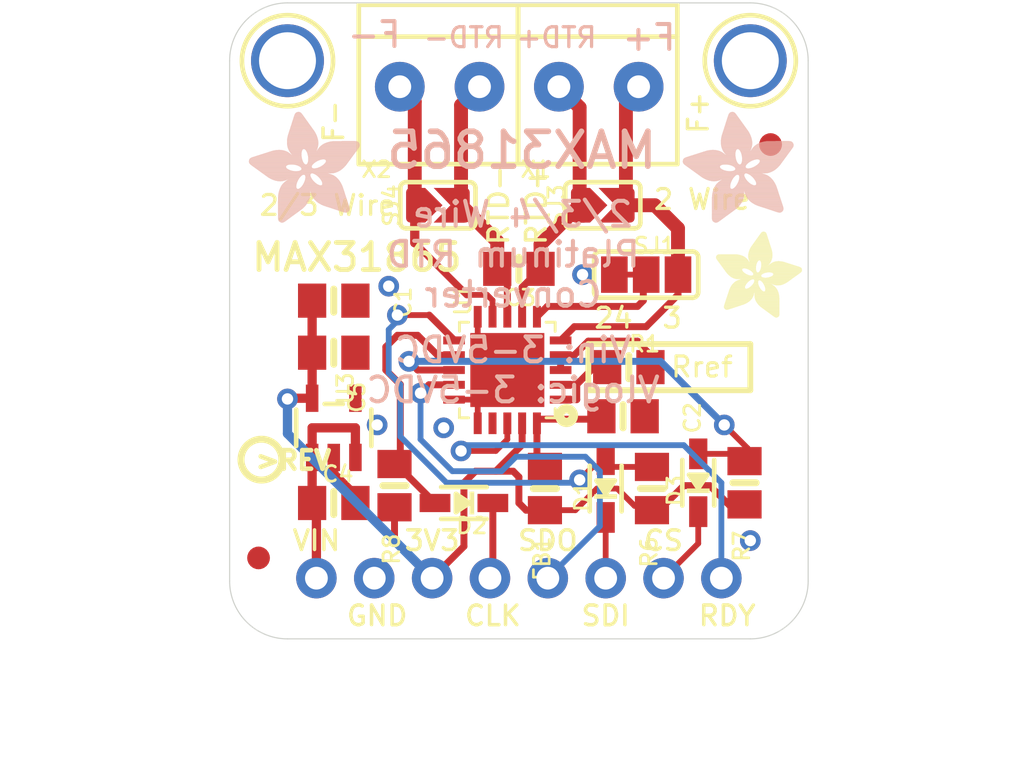
<source format=kicad_pcb>
(kicad_pcb (version 20211014) (generator pcbnew)
  (layers (0 "F.Cu" signal) (31 "B.Cu" signal) (34 "B.Paste" user) (35 "F.Paste" user) (36 "B.SilkS" user "B.Silkscreen") (37 "F.SilkS" user "F.Silkscreen") (38 "B.Mask" user) (39 "F.Mask" user) (44 "Edge.Cuts" user))
  (net 0 "")
  (net 1 "GND")
  (net 2 "VDD")
  (net 3 "N$2")
  (net 4 "N$1")
  (net 5 "RTDIN+")
  (net 6 "FORCE+")
  (net 7 "N$11")
  (net 8 "FORCE-")
  (net 9 "RTDIN-")
  (net 10 "N$12")
  (net 11 "N$13")
  (net 12 "N$14")
  (net 13 "SDI_5V")
  (net 14 "SCLK_5V")
  (net 15 "CS_5V")
  (net 16 "DRDY")
  (net 17 "SDO")
  (net 18 "VIN")
  (net 19 "N$3")
  (net 20 "N$4")
  (footprint "boardEagle:QFN20_4MM_0.65MM" (layer "F.Cu") (at 147.9931 107.1626 90)
    (fp_text reference "U1" (at 2.313 -1.951 90) (layer "F.SilkS") (effects (font (size 0.692831 0.692831) (thickness 0.119969)) (justify left)))
    (fp_text value "MAX31865")
    (pad "1" smd rect (at -1.3 2.34 270) (size 0.35 0.95) (layers "F.Cu" "F.Paste" "F.Mask") (net 3 "N$2"))
    (pad "2" smd rect (at -0.65 2.34 270) (size 0.35 0.95) (layers "F.Cu" "F.Paste" "F.Mask") (net 3 "N$2"))
    (pad "3" smd rect (at 0 2.34 270) (size 0.35 0.95) (layers "F.Cu" "F.Paste" "F.Mask") (net 4 "N$1"))
    (pad "4" smd rect (at 0.65 2.34 270) (size 0.35 0.95) (layers "F.Cu" "F.Paste" "F.Mask") (net 4 "N$1"))
    (pad "5" smd rect (at 1.3 2.34 270) (size 0.35 0.95) (layers "F.Cu" "F.Paste" "F.Mask") (net 6 "FORCE+"))
    (pad "6" smd rect (at 2.34 1.3) (size 0.35 0.95) (layers "F.Cu" "F.Paste" "F.Mask") (net 7 "N$11"))
    (pad "7" smd rect (at 2.34 0.65) (size 0.35 0.95) (layers "F.Cu" "F.Paste" "F.Mask") (net 5 "RTDIN+"))
    (pad "8" smd rect (at 2.34 0) (size 0.35 0.95) (layers "F.Cu" "F.Paste" "F.Mask") (net 9 "RTDIN-"))
    (pad "9" smd rect (at 2.34 -0.65) (size 0.35 0.95) (layers "F.Cu" "F.Paste" "F.Mask") (net 8 "FORCE-"))
    (pad "10" smd rect (at 2.34 -1.3) (size 0.35 0.95) (layers "F.Cu" "F.Paste" "F.Mask") (net 1 "GND"))
    (pad "11" smd rect (at 1.3 -2.34 90) (size 0.35 0.95) (layers "F.Cu" "F.Paste" "F.Mask") (net 12 "N$14"))
    (pad "12" smd rect (at 0.65 -2.34 90) (size 0.35 0.95) (layers "F.Cu" "F.Paste" "F.Mask") (net 11 "N$13"))
    (pad "13" smd rect (at 0 -2.34 90) (size 0.35 0.95) (layers "F.Cu" "F.Paste" "F.Mask") (net 10 "N$12"))
    (pad "14" smd rect (at -0.65 -2.34 90) (size 0.35 0.95) (layers "F.Cu" "F.Paste" "F.Mask") (net 17 "SDO"))
    (pad "15" smd rect (at -1.3 -2.34 90) (size 0.35 0.95) (layers "F.Cu" "F.Paste" "F.Mask") (net 1 "GND"))
    (pad "16" smd rect (at -2.34 -1.3 180) (size 0.35 0.95) (layers "F.Cu" "F.Paste" "F.Mask") (net 1 "GND"))
    (pad "17" smd rect (at -2.34 -0.65 180) (size 0.35 0.95) (layers "F.Cu" "F.Paste" "F.Mask"))
    (pad "18" smd rect (at -2.34 0 180) (size 0.35 0.95) (layers "F.Cu" "F.Paste" "F.Mask") (net 16 "DRDY"))
    (pad "19" smd rect (at -2.34 0.65 180) (size 0.35 0.95) (layers "F.Cu" "F.Paste" "F.Mask") (net 2 "VDD"))
    (pad "20" smd rect (at -2.34 1.3 180) (size 0.35 0.95) (layers "F.Cu" "F.Paste" "F.Mask") (net 20 "N$4"))
    (pad "PAD" smd rect (at 0 0 90) (size 3.25 3.25) (layers "F.Cu" "F.Mask") (net 1 "GND"))
  )
  (footprint "boardEagle:0805-NO" (layer "F.Cu") (at 149.6441 112.3696 -90)
    (fp_text reference "FB1" (at 2.032 0.127 90) (layer "F.SilkS") (effects (font (size 0.692831 0.692831) (thickness 0.119969)) (justify right)))
    (fp_text value "")
    (pad "1" smd rect (at -0.95 0 270) (size 1.24 1.5) (layers "F.Cu" "F.Paste" "F.Mask") (net 20 "N$4"))
    (pad "2" smd rect (at 0.95 0 270) (size 1.24 1.5) (layers "F.Cu" "F.Paste" "F.Mask") (net 2 "VDD"))
  )
  (footprint "boardEagle:FIDUCIAL_1MM" (layer "F.Cu") (at 159.5501 97.2566 90)
    (fp_text reference "FID1" hide)
    (fp_text value "FIDUCIAL\"\"" hide)
    (pad "1" smd roundrect (at 0 0 90) (size 1 1) (layers "F.Cu" "F.Mask") (roundrect_rratio 0.5))
  )
  (footprint "boardEagle:0805-NO" (layer "F.Cu") (at 153.0731 109.1946)
    (fp_text reference "C2" (at 3.048 0.8255 90) (layer "F.SilkS") (effects (font (size 0.692831 0.692831) (thickness 0.119969)) (justify left)))
    (fp_text value "0.1uF")
    (pad "1" smd rect (at -0.95 0) (size 1.24 1.5) (layers "F.Cu" "F.Paste" "F.Mask") (net 20 "N$4"))
    (pad "2" smd rect (at 0.95 0) (size 1.24 1.5) (layers "F.Cu" "F.Paste" "F.Mask") (net 1 "GND"))
  )
  (footprint "boardEagle:0805-NO" (layer "F.Cu") (at 154.3431 112.3696 -90)
    (fp_text reference "R6" (at 2.032 0.127 90) (layer "F.SilkS") (effects (font (size 0.692831 0.692831) (thickness 0.119969)) (justify right)))
    (fp_text value "10K")
    (pad "1" smd rect (at -0.95 0 270) (size 1.24 1.5) (layers "F.Cu" "F.Paste" "F.Mask") (net 12 "N$14"))
    (pad "2" smd rect (at 0.95 0 270) (size 1.24 1.5) (layers "F.Cu" "F.Paste" "F.Mask") (net 2 "VDD"))
  )
  (footprint "boardEagle:MOUNTINGHOLE_2.5_PLATED" (layer "F.Cu") (at 158.6611 93.5736)
    (fp_text reference "U$19" hide)
    (fp_text value "MOUNTINGHOLE2.5" hide)
    (pad "P$1" thru_hole circle (at 0 0) (size 3.2 3.2) (drill 2.5) (layers *.Cu *.Mask))
  )
  (footprint "boardEagle:0805-NO" (layer "F.Cu") (at 140.3731 104.1146)
    (fp_text reference "C1" (at 3.048 0.8255 90) (layer "F.SilkS") (effects (font (size 0.692831 0.692831) (thickness 0.119969)) (justify left)))
    (fp_text value "0.1uF")
    (pad "1" smd rect (at -0.95 0) (size 1.24 1.5) (layers "F.Cu" "F.Paste" "F.Mask") (net 2 "VDD"))
    (pad "2" smd rect (at 0.95 0) (size 1.24 1.5) (layers "F.Cu" "F.Paste" "F.Mask") (net 1 "GND"))
  )
  (footprint "boardEagle:SOD-323" (layer "F.Cu") (at 152.3111 112.3696 90)
    (fp_text reference "D1" (at -1.1 -1 90) (layer "F.SilkS") (effects (font (size 0.692831 0.692831) (thickness 0.119969)) (justify left)))
    (fp_text value "1N4148")
    (pad "A" smd rect (at 1.27 0 90) (size 1.35 0.8) (layers "F.Cu" "F.Paste" "F.Mask") (net 12 "N$14"))
    (pad "C" smd rect (at -1.27 0 90) (size 1.35 0.8) (layers "F.Cu" "F.Paste" "F.Mask") (net 13 "SDI_5V"))
  )
  (footprint "boardEagle:PCBFEAT-REV-040" (layer "F.Cu") (at 137.1981 111.0996)
    (fp_text reference "U$8" hide)
    (fp_text value "" hide)
    (fp_text user ">REV" (at -0.3556 0.508) (layer "F.SilkS") (effects (font (size 0.8128 0.8128) (thickness 0.2032)) (justify left bottom)))
  )
  (footprint "boardEagle:SOD-323" (layer "F.Cu") (at 156.3751 112.1156 90)
    (fp_text reference "D3" (at -1.1 -1 90) (layer "F.SilkS") (effects (font (size 0.692831 0.692831) (thickness 0.119969)) (justify left)))
    (fp_text value "1N4148")
    (pad "A" smd rect (at 1.27 0 90) (size 1.35 0.8) (layers "F.Cu" "F.Paste" "F.Mask") (net 10 "N$12"))
    (pad "C" smd rect (at -1.27 0 90) (size 1.35 0.8) (layers "F.Cu" "F.Paste" "F.Mask") (net 15 "CS_5V"))
  )
  (footprint "boardEagle:1X08_ROUND_70" (layer "F.Cu") (at 148.5011 116.3066)
    (fp_text reference "JP1" hide)
    (fp_text value "")
    (pad "1" thru_hole circle (at -8.89 0 90) (size 1.778 1.778) (drill 1) (layers *.Cu *.Mask) (net 18 "VIN"))
    (pad "2" thru_hole circle (at -6.35 0 90) (size 1.778 1.778) (drill 1) (layers *.Cu *.Mask) (net 1 "GND"))
    (pad "3" thru_hole circle (at -3.81 0 90) (size 1.778 1.778) (drill 1) (layers *.Cu *.Mask) (net 2 "VDD"))
    (pad "4" thru_hole circle (at -1.27 0 90) (size 1.778 1.778) (drill 1) (layers *.Cu *.Mask) (net 14 "SCLK_5V"))
    (pad "5" thru_hole circle (at 1.27 0 90) (size 1.778 1.778) (drill 1) (layers *.Cu *.Mask) (net 17 "SDO"))
    (pad "6" thru_hole circle (at 3.81 0 90) (size 1.778 1.778) (drill 1) (layers *.Cu *.Mask) (net 13 "SDI_5V"))
    (pad "7" thru_hole circle (at 6.35 0 90) (size 1.778 1.778) (drill 1) (layers *.Cu *.Mask) (net 15 "CS_5V"))
    (pad "8" thru_hole circle (at 8.89 0 90) (size 1.778 1.778) (drill 1) (layers *.Cu *.Mask) (net 16 "DRDY"))
  )
  (footprint "boardEagle:SOT23-5" (layer "F.Cu") (at 140.3731 109.7026)
    (fp_text reference "U3" (at 0.508 -0.962 90) (layer "F.SilkS") (effects (font (size 0.692831 0.692831) (thickness 0.119969)) (justify left)))
    (fp_text value "MIC5225-3.3")
    (pad "1" smd rect (at -0.95 1.3001) (size 0.55 1.2) (layers "F.Cu" "F.Paste" "F.Mask") (net 18 "VIN"))
    (pad "2" smd rect (at 0 1.3001) (size 0.55 1.2) (layers "F.Cu" "F.Paste" "F.Mask") (net 1 "GND"))
    (pad "3" smd rect (at 0.95 1.3001) (size 0.55 1.2) (layers "F.Cu" "F.Paste" "F.Mask") (net 18 "VIN"))
    (pad "4" smd rect (at 0.95 -1.3001) (size 0.55 1.2) (layers "F.Cu" "F.Paste" "F.Mask"))
    (pad "5" smd rect (at -0.95 -1.3001) (size 0.55 1.2) (layers "F.Cu" "F.Paste" "F.Mask") (net 2 "VDD"))
  )
  (footprint "boardEagle:ADAFRUIT_3.5MM" (layer "F.Cu") (at 157.1371 104.8766)
    (fp_text reference "U$16" hide)
    (fp_text value "" hide)
  )
  (footprint "boardEagle:MOUNTINGHOLE_2.5_PLATED" (layer "F.Cu") (at 138.3411 93.5736)
    (fp_text reference "U$18" hide)
    (fp_text value "MOUNTINGHOLE2.5" hide)
    (pad "P$1" thru_hole circle (at 0 0) (size 3.2 3.2) (drill 2.5) (layers *.Cu *.Mask))
  )
  (footprint "boardEagle:0805-NO" (layer "F.Cu") (at 140.3731 106.4006)
    (fp_text reference "C5" (at 1.016 1.2065 90) (layer "F.SilkS") (effects (font (size 0.692831 0.692831) (thickness 0.119969)) (justify right)))
    (fp_text value "10uF")
    (pad "1" smd rect (at -0.95 0) (size 1.24 1.5) (layers "F.Cu" "F.Paste" "F.Mask") (net 2 "VDD"))
    (pad "2" smd rect (at 0.95 0) (size 1.24 1.5) (layers "F.Cu" "F.Paste" "F.Mask") (net 1 "GND"))
  )
  (footprint "boardEagle:0805-NO" (layer "F.Cu") (at 140.3731 113.0046)
    (fp_text reference "C4" (at -0.5715 -1.27) (layer "F.SilkS") (effects (font (size 0.692831 0.692831) (thickness 0.119969)) (justify left)))
    (fp_text value "10uF")
    (pad "1" smd rect (at -0.95 0) (size 1.24 1.5) (layers "F.Cu" "F.Paste" "F.Mask") (net 18 "VIN"))
    (pad "2" smd rect (at 0.95 0) (size 1.24 1.5) (layers "F.Cu" "F.Paste" "F.Mask") (net 1 "GND"))
  )
  (footprint "boardEagle:TERMBLOCK_1X2-3.5MM" (layer "F.Cu") (at 145.0721 94.7166 180)
    (fp_text reference "X2" (at 2.08 -3.636) (layer "F.SilkS") (effects (font (size 0.692831 0.692831) (thickness 0.119969)) (justify right)))
    (fp_text value "3.5mm")
    (pad "1" thru_hole circle (at 1.8 0 180) (size 2.1844 2.1844) (drill 1) (layers *.Cu *.Mask) (net 8 "FORCE-"))
    (pad "2" thru_hole circle (at -1.7 0 180) (size 2.1844 2.1844) (drill 1) (layers *.Cu *.Mask) (net 9 "RTDIN-"))
  )
  (footprint "boardEagle:0805-NO" (layer "F.Cu") (at 148.5011 102.7176 180)
    (fp_text reference "C3" (at -0.8255 -1.27) (layer "F.SilkS") (effects (font (size 0.692831 0.692831) (thickness 0.119969)) (justify right)))
    (fp_text value "100nF")
    (pad "1" smd rect (at -0.95 0 180) (size 1.24 1.5) (layers "F.Cu" "F.Paste" "F.Mask") (net 5 "RTDIN+"))
    (pad "2" smd rect (at 0.95 0 180) (size 1.24 1.5) (layers "F.Cu" "F.Paste" "F.Mask") (net 9 "RTDIN-"))
  )
  (footprint "boardEagle:SOD-323" (layer "F.Cu") (at 146.0881 113.0046 180)
    (fp_text reference "D2" (at -1.1 -1) (layer "F.SilkS") (effects (font (size 0.692831 0.692831) (thickness 0.119969)) (justify right)))
    (fp_text value "1N4148")
    (pad "A" smd rect (at 1.27 0 180) (size 1.35 0.8) (layers "F.Cu" "F.Paste" "F.Mask") (net 11 "N$13"))
    (pad "C" smd rect (at -1.27 0 180) (size 1.35 0.8) (layers "F.Cu" "F.Paste" "F.Mask") (net 14 "SCLK_5V"))
  )
  (footprint "boardEagle:0805-NO" (layer "F.Cu") (at 143.0401 112.2426 -90)
    (fp_text reference "R8" (at 2.032 0.127 90) (layer "F.SilkS") (effects (font (size 0.692831 0.692831) (thickness 0.119969)) (justify right)))
    (fp_text value "10K")
    (pad "1" smd rect (at -0.95 0 270) (size 1.24 1.5) (layers "F.Cu" "F.Paste" "F.Mask") (net 11 "N$13"))
    (pad "2" smd rect (at 0.95 0 270) (size 1.24 1.5) (layers "F.Cu" "F.Paste" "F.Mask") (net 2 "VDD"))
  )
  (footprint "boardEagle:0805-NO" (layer "F.Cu") (at 158.4071 112.1156 -90)
    (fp_text reference "R7" (at 2.032 0.127 90) (layer "F.SilkS") (effects (font (size 0.692831 0.692831) (thickness 0.119969)) (justify right)))
    (fp_text value "10K")
    (pad "1" smd rect (at -0.95 0 270) (size 1.24 1.5) (layers "F.Cu" "F.Paste" "F.Mask") (net 10 "N$12"))
    (pad "2" smd rect (at 0.95 0 270) (size 1.24 1.5) (layers "F.Cu" "F.Paste" "F.Mask") (net 2 "VDD"))
  )
  (footprint "boardEagle:SOLDERJUMPER_ARROW_NOPASTE" (layer "F.Cu") (at 152.1841 99.9236)
    (fp_text reference "SJ3" (at -2.032 1.016 90) (layer "F.SilkS") (effects (font (size 0.692831 0.692831) (thickness 0.119969)) (justify left)))
    (fp_text value "")
    (fp_poly (pts (xy 0.201021 0) (xy -0.560979 0.762) (xy -1.1684 0.762) (xy -1.1684 -0.762) (xy -0.560979 -0.762)) (layer "F.Cu") (width 0) (fill solid))
    (fp_poly (pts (xy 1.1684 0.762) (xy -0.186831 0.762) (xy 0.548892 0) (xy -0.186831 -0.762) (xy 1.1684 -0.762)) (layer "F.Cu") (width 0) (fill solid))
    (pad "1" smd roundrect (at -1.016 0) (size 0.762 1.524) (layers "F.Cu") (net 5 "RTDIN+"))
    (pad "2" smd roundrect (at 1.016 0) (size 0.762 1.524) (layers "F.Cu") (net 6 "FORCE+"))
  )
  (footprint "boardEagle:SOLDERJUMPER_ARROW_NOPASTE" (layer "F.Cu") (at 144.9451 99.9236)
    (fp_text reference "SJ4" (at -2.032 1.016 90) (layer "F.SilkS") (effects (font (size 0.692831 0.692831) (thickness 0.119969)) (justify left)))
    (fp_text value "")
    (fp_poly (pts (xy 0.201021 0) (xy -0.560979 0.762) (xy -1.1684 0.762) (xy -1.1684 -0.762) (xy -0.560979 -0.762)) (layer "F.Cu") (width 0) (fill solid))
    (fp_poly (pts (xy 1.1684 0.762) (xy -0.186831 0.762) (xy 0.548892 0) (xy -0.186831 -0.762) (xy 1.1684 -0.762)) (layer "F.Cu") (width 0) (fill solid))
    (pad "1" smd roundrect (at -1.016 0) (size 0.762 1.524) (layers "F.Cu") (net 8 "FORCE-"))
    (pad "2" smd roundrect (at 1.016 0) (size 0.762 1.524) (layers "F.Cu") (net 9 "RTDIN-"))
  )
  (footprint "boardEagle:FIDUCIAL_1MM" (layer "F.Cu") (at 137.0711 115.4176 90)
    (fp_text reference "FID2" hide)
    (fp_text value "FIDUCIAL\"\"" hide)
    (pad "1" smd roundrect (at 0 0 90) (size 1 1) (layers "F.Cu" "F.Mask") (roundrect_rratio 0.5))
  )
  (footprint "boardEagle:TERMBLOCK_1X2-3.5MM" (layer "F.Cu") (at 152.0571 94.7166 180)
    (fp_text reference "X1" (at 2.08 -3.636) (layer "F.SilkS") (effects (font (size 0.692831 0.692831) (thickness 0.119969)) (justify right)))
    (fp_text value "3.5mm")
    (pad "1" thru_hole circle (at 1.8 0 180) (size 2.1844 2.1844) (drill 1) (layers *.Cu *.Mask) (net 5 "RTDIN+"))
    (pad "2" thru_hole circle (at -1.7 0 180) (size 2.1844 2.1844) (drill 1) (layers *.Cu *.Mask) (net 6 "FORCE+"))
  )
  (footprint "boardEagle:SOLDERJUMPER_2WAY_OPEN_NOPASTE" (layer "F.Cu") (at 154.0891 102.9716)
    (fp_text reference "SJ1" (at -0.635 -1.27) (layer "F.SilkS") (effects (font (size 0.692831 0.692831) (thickness 0.119969)) (justify left)))
    (fp_text value "")
    (pad "1" smd rect (at -1.397 0) (size 1.1684 1.6002) (layers "F.Cu") (net 1 "GND"))
    (pad "2" smd rect (at 0 0) (size 1.1684 1.6002) (layers "F.Cu") (net 7 "N$11"))
    (pad "3" smd rect (at 1.397 0) (size 1.1684 1.6002) (layers "F.Cu") (net 6 "FORCE+"))
  )
  (footprint "boardEagle:0805-NO" (layer "F.Cu") (at 153.3271 107.0356 180)
    (fp_text reference "R1" (at 0.0635 1.016) (layer "F.SilkS") (effects (font (size 0.692831 0.692831) (thickness 0.119969)) (justify left)))
    (fp_text value "430Ω / 4300Ω 0.1%")
    (pad "1" smd rect (at -0.95 0 180) (size 1.24 1.5) (layers "F.Cu" "F.Paste" "F.Mask") (net 4 "N$1"))
    (pad "2" smd rect (at 0.95 0 180) (size 1.24 1.5) (layers "F.Cu" "F.Paste" "F.Mask") (net 3 "N$2"))
  )
  (footprint "boardEagle:ADAFRUIT_5MM" (layer "B.Cu") (at 141.5161 100.6856 180)
    (fp_text reference "U$20" hide)
    (fp_text value "" hide)
  )
  (footprint "boardEagle:ADAFRUIT_5MM" (layer "B.Cu") (at 160.5661 100.6856 180)
    (fp_text reference "U$21" hide)
    (fp_text value "" hide)
  )
  (gr_line (start 151.5491 106.0196) (end 158.6611 106.0196) (layer "F.SilkS") (width 0.254))
  (gr_line (start 151.5491 108.0516) (end 151.5491 106.0196) (layer "F.SilkS") (width 0.254))
  (gr_line (start 158.6611 106.0196) (end 158.6611 108.0516) (layer "F.SilkS") (width 0.254))
  (gr_line (start 158.6611 108.0516) (end 151.5491 108.0516) (layer "F.SilkS") (width 0.254))
  (gr_line (start 138.3411 118.9736) (end 158.6611 118.9736) (layer "Edge.Cuts") (width 0.05))
  (gr_arc (start 138.3411 118.9736) (mid 136.545049 118.229651) (end 135.8011 116.4336) (layer "Edge.Cuts") (width 0.05))
  (gr_arc (start 135.8011 93.5736) (mid 136.545049 91.777549) (end 138.3411 91.0336) (layer "Edge.Cuts") (width 0.05))
  (gr_line (start 158.6611 91.0336) (end 138.3411 91.0336) (layer "Edge.Cuts") (width 0.05))
  (gr_line (start 135.8011 93.5736) (end 135.8011 116.4336) (layer "Edge.Cuts") (width 0.05))
  (gr_line (start 161.2011 116.4336) (end 161.2011 93.5736) (layer "Edge.Cuts") (width 0.05))
  (gr_arc (start 158.6611 91.0336) (mid 160.457151 91.777549) (end 161.2011 93.5736) (layer "Edge.Cuts") (width 0.05))
  (gr_arc (start 161.2011 116.4336) (mid 160.457151 118.229651) (end 158.6611 118.9736) (layer "Edge.Cuts") (width 0.05))
  (gr_text "RTD-" (at 146.0881 92.5576) (layer "B.SilkS") (effects (font (size 0.87376 0.87376) (thickness 0.14224)) (justify mirror)))
  (gr_text "F+" (at 154.2161 92.5576) (layer "B.SilkS") (effects (font (size 1.0922 1.0922) (thickness 0.1778)) (justify mirror)))
  (gr_text "RTD+" (at 150.1521 92.5576) (layer "B.SilkS") (effects (font (size 0.87376 0.87376) (thickness 0.14224)) (justify mirror)))
  (gr_text "2/3/4 Wire \nPlatinum RTD\nConverter" (at 148.2471 102.0826) (layer "B.SilkS") (effects (font (size 1.0922 1.0922) (thickness 0.1778)) (justify mirror)))
  (gr_text "Vin: 3-5VDC\nVlogic: 3-5VDC" (at 148.2471 107.1626) (layer "B.SilkS") (effects (font (size 1.0922 1.0922) (thickness 0.1778)) (justify mirror)))
  (gr_text "F-" (at 142.1511 92.4306) (layer "B.SilkS") (effects (font (size 1.0922 1.0922) (thickness 0.1778)) (justify mirror)))
  (gr_text "MAX31865" (at 148.6281 97.5106) (layer "B.SilkS") (effects (font (size 1.52908 1.52908) (thickness 0.24892)) (justify mirror)))
  (gr_text "F-" (at 140.3731 96.2406 90) (layer "F.SilkS") (effects (font (size 0.8636 0.8636) (thickness 0.1524))))
  (gr_text "VIN" (at 139.6111 114.6556) (layer "F.SilkS") (effects (font (size 0.8636 0.8636) (thickness 0.1524))))
  (gr_text "RTD-" (at 147.6121 99.9236 90) (layer "F.SilkS") (effects (font (size 0.8636 0.8636) (thickness 0.1524))))
  (gr_text "2/3 Wire" (at 143.1671 99.4156) (layer "F.SilkS") (effects (font (size 0.87376 0.87376) (thickness 0.14224)) (justify right top)))
  (gr_text "2 Wire" (at 154.3431 100.1776) (layer "F.SilkS") (effects (font (size 0.87376 0.87376) (thickness 0.14224)) (justify left bottom)))
  (gr_text "CLK" (at 147.3581 117.9576) (layer "F.SilkS") (effects (font (size 0.8636 0.8636) (thickness 0.1524))))
  (gr_text "24" (at 153.5811 104.3686) (layer "F.SilkS") (effects (font (size 0.87376 0.87376) (thickness 0.14224)) (justify right top)))
  (gr_text "Rref" (at 155.1051 107.5436) (layer "F.SilkS") (effects (font (size 0.88392 0.88392) (thickness 0.13208)) (justify left bottom)))
  (gr_text "F+" (at 156.3751 95.8596 90) (layer "F.SilkS") (effects (font (size 0.8636 0.8636) (thickness 0.1524))))
  (gr_text "3" (at 155.7401 104.3686) (layer "F.SilkS") (effects (font (size 0.87376 0.87376) (thickness 0.14224)) (justify right top)))
  (gr_text "GND" (at 142.2781 117.9576) (layer "F.SilkS") (effects (font (size 0.8636 0.8636) (thickness 0.1524))))
  (gr_text "SDO" (at 149.7711 114.6556) (layer "F.SilkS") (effects (font (size 0.8636 0.8636) (thickness 0.1524))))
  (gr_text "RTD+" (at 149.2631 99.9236 90) (layer "F.SilkS") (effects (font (size 0.8636 0.8636) (thickness 0.1524))))
  (gr_text "RDY" (at 157.6451 117.9576) (layer "F.SilkS") (effects (font (size 0.8636 0.8636) (thickness 0.1524))))
  (gr_text "SDI" (at 152.3111 117.9576) (layer "F.SilkS") (effects (font (size 0.8636 0.8636) (thickness 0.1524))))
  (gr_text "CS" (at 154.8511 114.6556) (layer "F.SilkS") (effects (font (size 0.8636 0.8636) (thickness 0.1524))))
  (gr_text "3V3" (at 144.6911 114.6556) (layer "F.SilkS") (effects (font (size 0.8636 0.8636) (thickness 0.1524))))
  (gr_text "MAX31865" (at 141.3891 102.2096) (layer "F.SilkS") (effects (font (size 1.18745 1.18745) (thickness 0.20955))))
  (segment (start 146.6931 109.5026) (end 146.6931 108.2086) (width 0.254) (layer "F.Cu") (net 1))
  (segment (start 146.6931 108.4626) (end 145.6531 108.4626) (width 0.254) (layer "F.Cu") (net 1))
  (segment (start 140.3731 111.0027) (end 140.3731 111.7346) (width 0.4064) (layer "F.Cu") (net 1))
  (segment (start 141.3231 112.6846) (end 141.3231 113.0046) (width 0.4064) (layer "F.Cu") (net 1))
  (segment (start 147.9931 107.1626) (end 148.8821 108.0516) (width 0.3048) (layer "F.Cu") (net 1))
  (segment (start 140.3731 111.7346) (end 141.3231 112.6846) (width 0.4064) (layer "F.Cu") (net 1))
  (segment (start 146.6931 104.8226) (end 146.6931 105.6086) (width 0.254) (layer "F.Cu") (net 1))
  (segment (start 147.9931 107.1626) (end 146.6931 108.4626) (width 0.254) (layer "F.Cu") (net 1))
  (via (at 142.2781 109.5756) (size 0.9064) (drill 0.5) (layers "F.Cu" "B.Cu") (net 1))
  (via (at 158.6611 114.6556) (size 0.9064) (drill 0.5) (layers "F.Cu" "B.Cu") (net 1))
  (via (at 145.1991 109.7026) (size 0.9064) (drill 0.5) (layers "F.Cu" "B.Cu") (net 1))
  (via (at 142.7861 103.4796) (size 0.9064) (drill 0.5) (layers "F.Cu" "B.Cu") (net 1))
  (via (at 151.2951 102.9716) (size 0.9064) (drill 0.5) (layers "F.Cu" "B.Cu") (net 1))
  (segment (start 143.0401 114.6556) (end 143.0401 113.1926) (width 0.3048) (layer "F.Cu") (net 2))
  (segment (start 148.6431 109.5026) (end 148.6431 110.4496) (width 0.3048) (layer "F.Cu") (net 2))
  (segment (start 157.7721 113.1316) (end 158.3411 113.1316) (width 0.3048) (layer "F.Cu") (net 2))
  (segment (start 138.3712 108.4025) (end 138.3411 108.4326) (width 0.4064) (layer "F.Cu") (net 2))
  (segment (start 148.6431 110.4496) (end 147.4851 111.6076) (width 0.3048) (layer "F.Cu") (net 2))
  (segment (start 147.4851 111.6076) (end 146.5961 111.6076) (width 0.3048) (layer "F.Cu") (net 2))
  (segment (start 156.8831 112.2426) (end 157.7721 113.1316) (width 0.3048) (layer "F.Cu") (net 2))
  (segment (start 146.0881 114.9096) (end 144.6911 116.3066) (width 0.3048) (layer "F.Cu") (net 2))
  (segment (start 155.7401 112.2426) (end 154.7241 113.2586) (width 0.3048) (layer "F.Cu") (net 2))
  (segment (start 139.4231 108.4025) (end 139.4231 106.4006) (width 0.4064) (layer "F.Cu") (net 2))
  (segment (start 150.9801 113.3196) (end 151.9301 112.3696) (width 0.254) (layer "F.Cu") (net 2))
  (segment (start 154.3431 113.3196) (end 154.6631 113.3196) (width 0.3048) (layer "F.Cu") (net 2))
  (segment (start 154.1551 113.1316) (end 154.3431 113.3196) (width 0.254) (layer "F.Cu") (net 2))
  (segment (start 154.7241 113.2586) (end 154.2161 113.2586) (width 0.3048) (layer "F.Cu") (net 2))
  (segment (start 150.9801 113.3196) (end 149.6441 113.3196) (width 0.254) (layer "F.Cu") (net 2))
  (segment (start 153.5811 113.1316) (end 154.1551 113.1316) (width 0.254) (layer "F.Cu") (net 2))
  (segment (start 144.6911 116.3066) (end 143.0401 114.6556) (width 0.3048) (layer "F.Cu") (net 2))
  (segment (start 149.6441 113.3196) (end 148.8161 113.3196) (width 0.3048) (layer "F.Cu") (net 2))
  (segment (start 148.2471 111.6076) (end 148.5011 111.8616) (width 0.3048) (layer "F.Cu") (net 2))
  (segment (start 139.4231 108.4025) (end 138.3712 108.4025) (width 0.4064) (layer "F.Cu") (net 2))
  (segment (start 155.7401 112.2426) (end 156.8831 112.2426) (width 0.3048) (layer "F.Cu") (net 2))
  (segment (start 147.4851 111.6076) (end 148.2471 111.6076) (width 0.3048) (layer "F.Cu") (net 2))
  (segment (start 151.9301 112.3696) (end 152.8191 112.3696) (width 0.254) (layer "F.Cu") (net 2))
  (segment (start 158.3411 113.1316) (end 158.4071 113.0656) (width 0.3048) (layer "F.Cu") (net 2))
  (segment (start 146.0881 112.1156) (end 146.0881 114.9096) (width 0.3048) (layer "F.Cu") (net 2))
  (segment (start 148.5011 113.0046) (end 148.5011 111.8616) (width 0.3048) (layer "F.Cu") (net 2))
  (segment (start 139.4231 106.4006) (end 139.4231 104.1146) (width 0.4064) (layer "F.Cu") (net 2))
  (segment (start 154.6631 113.3196) (end 154.7241 113.2586) (width 0.3048) (layer "F.Cu") (net 2))
  (segment (start 146.5961 111.6076) (end 146.0881 112.1156) (width 0.3048) (layer "F.Cu") (net 2))
  (segment (start 148.8161 113.3196) (end 148.5011 113.0046) (width 0.3048) (layer "F.Cu") (net 2))
  (segment (start 152.8191 112.3696) (end 153.5811 113.1316) (width 0.254) (layer "F.Cu") (net 2))
  (via (at 138.3411 108.4326) (size 0.9064) (drill 0.5) (layers "F.Cu" "B.Cu") (net 2))
  (segment (start 138.3411 109.9566) (end 144.6911 116.3066) (width 0.4064) (layer "B.Cu") (net 2))
  (segment (start 138.3411 108.4326) (end 138.3411 109.9566) (width 0.4064) (layer "B.Cu") (net 2))
  (segment (start 150.3331 107.7976) (end 150.3331 107.8126) (width 0.3048) (layer "F.Cu") (net 3))
  (segment (start 151.0411 107.7976) (end 150.3331 107.7976) (width 0.3048) (layer "F.Cu") (net 3))
  (segment (start 151.0411 107.7976) (end 151.8031 107.0356) (width 0.3048) (layer "F.Cu") (net 3))
  (segment (start 150.3331 108.4626) (end 151.0411 108.4626) (width 0.3048) (layer "F.Cu") (net 3))
  (segment (start 151.0411 108.4626) (end 151.0411 107.7976) (width 0.3048) (layer "F.Cu") (net 3))
  (segment (start 151.8031 107.0356) (end 152.3771 107.0356) (width 0.3048) (layer "F.Cu") (net 3))
  (segment (start 154.2771 106.4616) (end 154.2771 107.0356) (width 0.254) (layer "F.Cu") (net 4))
  (segment (start 153.7081 105.8926) (end 153.9621 106.1466) (width 0.3048) (layer "F.Cu") (net 4))
  (segment (start 150.9291 106.5126) (end 151.5491 105.8926) (width 0.3048) (layer "F.Cu") (net 4))
  (segment (start 151.5491 105.8926) (end 153.7081 105.8926) (width 0.3048) (layer "F.Cu") (net 4))
  (segment (start 153.9621 106.1466) (end 154.2771 106.4616) (width 0.254) (layer "F.Cu") (net 4))
  (segment (start 150.3331 107.1626) (end 150.3331 106.5126) (width 0.3048) (layer "F.Cu") (net 4))
  (segment (start 150.3331 106.5126) (end 150.9291 106.5126) (width 0.3048) (layer "F.Cu") (net 4))
  (segment (start 149.4511 101.6406) (end 151.1681 99.9236) (width 0.6096) (layer "F.Cu") (net 5))
  (segment (start 149.4511 101.6406) (end 149.4511 102.7176) (width 0.6096) (layer "F.Cu") (net 5))
  (segment (start 148.6431 103.5256) (end 149.4511 102.7176) (width 0.3048) (layer "F.Cu") (net 5))
  (segment (start 148.6431 104.8226) (end 148.6431 103.5256) (width 0.3048) (layer "F.Cu") (net 5))
  (segment (start 150.2571 94.7166) (end 151.1681 95.6276) (width 0.6096) (layer "F.Cu") (net 5))
  (segment (start 151.1681 95.6276) (end 151.1681 99.9236) (width 0.6096) (layer "F.Cu") (net 5))
  (segment (start 155.4861 103.8606) (end 155.4861 102.9716) (width 0.3048) (layer "F.Cu") (net 6))
  (segment (start 150.3331 105.8626) (end 150.9381 105.2576) (width 0.3048) (layer "F.Cu") (net 6))
  (segment (start 154.0891 105.2576) (end 155.4861 103.8606) (width 0.3048) (layer "F.Cu") (net 6))
  (segment (start 153.2001 95.2736) (end 153.2001 99.9236) (width 0.6096) (layer "F.Cu") (net 6))
  (segment (start 155.4861 102.9716) (end 155.4861 100.9396) (width 0.6096) (layer "F.Cu") (net 6))
  (segment (start 150.9381 105.2576) (end 154.0891 105.2576) (width 0.3048) (layer "F.Cu") (net 6))
  (segment (start 153.7571 94.7166) (end 153.2001 95.2736) (width 0.6096) (layer "F.Cu") (net 6))
  (segment (start 155.4861 100.9396) (end 154.4701 99.9236) (width 0.6096) (layer "F.Cu") (net 6))
  (segment (start 154.4701 99.9236) (end 153.2001 99.9236) (width 0.6096) (layer "F.Cu") (net 6))
  (segment (start 149.2931 104.8226) (end 149.7471 104.3686) (width 0.3048) (layer "F.Cu") (net 7))
  (segment (start 153.9621 103.0986) (end 154.0891 102.9716) (width 0.3048) (layer "F.Cu") (net 7))
  (segment (start 153.9621 104.1146) (end 153.9621 103.0986) (width 0.3048) (layer "F.Cu") (net 7))
  (segment (start 153.7081 104.3686) (end 153.9621 104.1146) (width 0.3048) (layer "F.Cu") (net 7))
  (segment (start 149.7471 104.3686) (end 153.7081 104.3686) (width 0.3048) (layer "F.Cu") (net 7))
  (segment (start 147.1041 103.8606) (end 146.2151 103.8606) (width 0.254) (layer "F.Cu") (net 8))
  (segment (start 143.9291 95.3736) (end 143.2721 94.7166) (width 0.6096) (layer "F.Cu") (net 8))
  (segment (start 146.2151 103.8606) (end 143.9291 101.5746) (width 0.3048) (layer "F.Cu") (net 8))
  (segment (start 147.3431 104.8226) (end 147.3431 104.0996) (width 0.254) (layer "F.Cu") (net 8))
  (segment (start 143.9291 101.5746) (end 143.9291 99.9236) (width 0.4064) (layer "F.Cu") (net 8))
  (segment (start 143.9291 99.9236) (end 143.9291 95.3736) (width 0.6096) (layer "F.Cu") (net 8))
  (segment (start 147.3431 104.0996) (end 147.1041 103.8606) (width 0.254) (layer "F.Cu") (net 8))
  (segment (start 147.5511 101.5136) (end 147.5511 102.7176) (width 0.6096) (layer "F.Cu") (net 9))
  (segment (start 145.9611 95.5276) (end 146.7721 94.7166) (width 0.6096) (layer "F.Cu") (net 9))
  (segment (start 145.9611 99.9236) (end 147.5511 101.5136) (width 0.6096) (layer "F.Cu") (net 9))
  (segment (start 147.9931 103.1596) (end 147.5511 102.7176) (width 0.3048) (layer "F.Cu") (net 9))
  (segment (start 147.9931 104.8226) (end 147.9931 103.1596) (width 0.3048) (layer "F.Cu") (net 9))
  (segment (start 145.9611 99.9236) (end 145.9611 95.5276) (width 0.6096) (layer "F.Cu") (net 9))
  (segment (start 147.5511 103.0376) (end 147.5511 102.7176) (width 0.3048) (layer "F.Cu") (net 9))
  (segment (start 144.0561 107.1626) (end 143.6751 106.7816) (width 0.3048) (layer "F.Cu") (net 10))
  (segment (start 158.4071 111.1656) (end 158.0871 110.8456) (width 0.254) (layer "F.Cu") (net 10))
  (segment (start 158.5341 110.5916) (end 157.5181 109.5756) (width 0.254) (layer "F.Cu") (net 10))
  (segment (start 158.5341 111.0386) (end 158.5341 110.5916) (width 0.254) (layer "F.Cu") (net 10))
  (segment (start 158.0871 110.8456) (end 156.3751 110.8456) (width 0.254) (layer "F.Cu") (net 10))
  (segment (start 145.6531 107.1626) (end 144.0561 107.1626) (width 0.3048) (layer "F.Cu") (net 10))
  (segment (start 158.5341 111.0386) (end 158.4071 111.1656) (width 0.3048) (layer "F.Cu") (net 10))
  (via (at 157.5181 109.5756) (size 0.9064) (drill 0.5) (layers "F.Cu" "B.Cu") (net 10))
  (via (at 143.6751 106.7816) (size 0.9064) (drill 0.5) (layers "F.Cu" "B.Cu") (net 10))
  (segment (start 143.6751 106.7816) (end 154.7241 106.7816) (width 0.3048) (layer "B.Cu") (net 10))
  (segment (start 154.7241 106.7816) (end 157.5181 109.5756) (width 0.3048) (layer "B.Cu") (net 10))
  (segment (start 144.8181 113.0046) (end 143.1061 111.2926) (width 0.3048) (layer "F.Cu") (net 11))
  (segment (start 143.2941 111.0386) (end 143.0401 111.2926) (width 0.3048) (layer "F.Cu") (net 11))
  (segment (start 143.2941 107.7976) (end 143.2941 111.0386) (width 0.3048) (layer "F.Cu") (net 11))
  (segment (start 142.6591 107.1626) (end 143.2941 107.7976) (width 0.3048) (layer "F.Cu") (net 11))
  (segment (start 142.6591 106.1466) (end 142.6591 107.1626) (width 0.3048) (layer "F.Cu") (net 11))
  (segment (start 145.6531 106.5126) (end 144.9301 106.5126) (width 0.3048) (layer "F.Cu") (net 11))
  (segment (start 144.9301 106.5126) (end 144.0561 105.6386) (width 0.3048) (layer "F.Cu") (net 11))
  (segment (start 144.0561 105.6386) (end 143.1671 105.6386) (width 0.3048) (layer "F.Cu") (net 11))
  (segment (start 143.1061 111.2926) (end 143.0401 111.2926) (width 0.3048) (layer "F.Cu") (net 11))
  (segment (start 143.1671 105.6386) (end 142.6591 106.1466) (width 0.3048) (layer "F.Cu") (net 11))
  (segment (start 152.3111 111.0996) (end 152.3111 111.4196) (width 0.254) (layer "F.Cu") (net 12))
  (segment (start 143.1671 104.7496) (end 144.5641 104.7496) (width 0.254) (layer "F.Cu") (net 12))
  (segment (start 152.3111 111.4196) (end 151.7371 111.4196) (width 0.254) (layer "F.Cu") (net 12))
  (segment (start 151.7371 111.4196) (end 151.1681 111.9886) (width 0.254) (layer "F.Cu") (net 12))
  (segment (start 144.5641 104.7496) (end 145.6531 105.8386) (width 0.3048) (layer "F.Cu") (net 12))
  (segment (start 145.6531 105.8386) (end 145.6531 105.8626) (width 0.3048) (layer "F.Cu") (net 12))
  (segment (start 152.3111 111.4196) (end 154.3431 111.4196) (width 0.254) (layer "F.Cu") (net 12))
  (via (at 143.1671 104.7496) (size 0.9064) (drill 0.5) (layers "F.Cu" "B.Cu") (net 12))
  (via (at 151.1681 111.9886) (size 0.9064) (drill 0.5) (layers "F.Cu" "B.Cu") (net 12))
  (segment (start 142.7861 105.3846) (end 143.4211 104.7496) (width 0.254) (layer "B.Cu") (net 12))
  (segment (start 151.0411 112.1156) (end 151.1681 111.9886) (width 0.254) (layer "B.Cu") (net 12))
  (segment (start 143.4211 104.7496) (end 143.1671 104.7496) (width 0.254) (layer "B.Cu") (net 12))
  (segment (start 145.3261 112.1156) (end 151.0411 112.1156) (width 0.254) (layer "B.Cu") (net 12))
  (segment (start 143.2941 107.7976) (end 142.7861 107.2896) (width 0.254) (layer "B.Cu") (net 12))
  (segment (start 143.2941 110.0836) (end 143.2941 107.7976) (width 0.254) (layer "B.Cu") (net 12))
  (segment (start 145.3261 112.1156) (end 143.2941 110.0836) (width 0.254) (layer "B.Cu") (net 12))
  (segment (start 142.7861 107.2896) (end 142.7861 105.3846) (width 0.254) (layer "B.Cu") (net 12))
  (segment (start 152.3111 113.6396) (end 152.3111 116.3066) (width 0.254) (layer "F.Cu") (net 13))
  (segment (start 147.3581 113.0046) (end 147.3581 116.3066) (width 0.3048) (layer "F.Cu") (net 14))
  (segment (start 147.3581 116.3066) (end 147.2311 116.3066) (width 0.3048) (layer "F.Cu") (net 14))
  (segment (start 156.3751 114.7826) (end 154.8511 116.3066) (width 0.254) (layer "F.Cu") (net 15))
  (segment (start 156.3751 113.3856) (end 156.3751 114.7826) (width 0.254) (layer "F.Cu") (net 15))
  (segment (start 147.4851 110.7186) (end 145.9611 110.7186) (width 0.254) (layer "F.Cu") (net 16))
  (segment (start 147.9931 109.5026) (end 147.9931 110.2106) (width 0.254) (layer "F.Cu") (net 16))
  (segment (start 147.9931 110.2106) (end 147.4851 110.7186) (width 0.254) (layer "F.Cu") (net 16))
  (via (at 145.9611 110.7186) (size 0.9064) (drill 0.5) (layers "F.Cu" "B.Cu") (net 16))
  (segment (start 155.7401 110.4646) (end 155.9941 110.7186) (width 0.254) (layer "B.Cu") (net 16))
  (segment (start 157.3911 112.1156) (end 157.3911 116.3066) (width 0.254) (layer "B.Cu") (net 16))
  (segment (start 145.9611 110.7186) (end 146.2151 110.4646) (width 0.254) (layer "B.Cu") (net 16))
  (segment (start 146.2151 110.4646) (end 155.7401 110.4646) (width 0.254) (layer "B.Cu") (net 16))
  (segment (start 155.9941 110.7186) (end 157.3911 112.1156) (width 0.254) (layer "B.Cu") (net 16))
  (segment (start 144.5491 107.8126) (end 144.1831 108.1786) (width 0.3048) (layer "F.Cu") (net 17))
  (segment (start 145.6531 107.8126) (end 144.5491 107.8126) (width 0.3048) (layer "F.Cu") (net 17))
  (via (at 144.1831 108.1786) (size 0.9064) (drill 0.5) (layers "F.Cu" "B.Cu") (net 17))
  (segment (start 149.8981 116.1796) (end 149.7711 116.3066) (width 0.254) (layer "B.Cu") (net 17))
  (segment (start 148.3741 110.9726) (end 151.4221 110.9726) (width 0.254) (layer "B.Cu") (net 17))
  (segment (start 147.7391 111.6076) (end 148.3741 110.9726) (width 0.254) (layer "B.Cu") (net 17))
  (segment (start 150.0251 116.0526) (end 149.7711 116.3066) (width 0.3048) (layer "B.Cu") (net 17))
  (segment (start 145.5801 111.6076) (end 147.7391 111.6076) (width 0.254) (layer "B.Cu") (net 17))
  (segment (start 151.4221 110.9726) (end 152.0571 111.6076) (width 0.254) (layer "B.Cu") (net 17))
  (segment (start 144.1831 108.1786) (end 144.1831 110.2106) (width 0.254) (layer "B.Cu") (net 17))
  (segment (start 152.0571 114.0206) (end 149.7711 116.3066) (width 0.254) (layer "B.Cu") (net 17))
  (segment (start 144.1831 110.2106) (end 145.5801 111.6076) (width 0.254) (layer "B.Cu") (net 17))
  (segment (start 152.0571 111.6076) (end 152.0571 114.0206) (width 0.254) (layer "B.Cu") (net 17))
  (segment (start 139.6111 113.1926) (end 139.4231 113.0046) (width 0.4064) (layer "F.Cu") (net 18))
  (segment (start 139.4231 113.0046) (end 139.4231 111.0027) (width 0.4064) (layer "F.Cu") (net 18))
  (segment (start 141.3231 111.0027) (end 141.3231 109.7026) (width 0.4064) (layer "F.Cu") (net 18))
  (segment (start 139.6111 116.3066) (end 139.6111 113.1926) (width 0.4064) (layer "F.Cu") (net 18))
  (segment (start 139.4231 109.7026) (end 139.4231 111.0027) (width 0.4064) (layer "F.Cu") (net 18))
  (segment (start 141.3231 109.7026) (end 139.4231 109.7026) (width 0.4064) (layer "F.Cu") (net 18))
  (segment (start 152.6921 102.9716) (end 154.0891 102.9716) (width 0.254) (layer "F.Cu") (net 19))
  (segment (start 149.2931 109.5026) (end 149.2931 111.0686) (width 0.3048) (layer "F.Cu") (net 20))
  (segment (start 149.2931 109.3216) (end 151.9961 109.3216) (width 0.3048) (layer "F.Cu") (net 20))
  (segment (start 149.2931 109.5026) (end 149.2931 109.3216) (width 0.254) (layer "F.Cu") (net 20))
  (segment (start 151.9961 109.3216) (end 152.1231 109.1946) (width 0.3048) (layer "F.Cu") (net 20))
  (segment (start 149.2931 111.0686) (end 149.6441 111.4196) (width 0.3048) (layer "F.Cu") (net 20))
)
</source>
